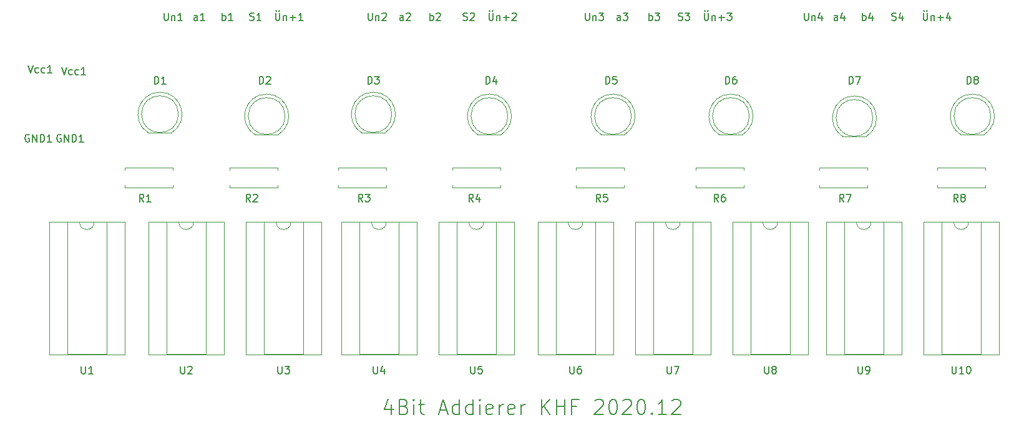
<source format=gbr>
%TF.GenerationSoftware,KiCad,Pcbnew,(5.1.6)-1*%
%TF.CreationDate,2020-12-20T18:45:25+01:00*%
%TF.ProjectId,Addierer,41646469-6572-4657-922e-6b696361645f,rev?*%
%TF.SameCoordinates,Original*%
%TF.FileFunction,Legend,Top*%
%TF.FilePolarity,Positive*%
%FSLAX46Y46*%
G04 Gerber Fmt 4.6, Leading zero omitted, Abs format (unit mm)*
G04 Created by KiCad (PCBNEW (5.1.6)-1) date 2020-12-20 18:45:25*
%MOMM*%
%LPD*%
G01*
G04 APERTURE LIST*
%ADD10C,0.150000*%
%ADD11C,0.120000*%
G04 APERTURE END LIST*
D10*
X103285142Y-148161428D02*
X103285142Y-149494761D01*
X102808952Y-147399523D02*
X102332761Y-148828095D01*
X103570857Y-148828095D01*
X104999428Y-148447142D02*
X105285142Y-148542380D01*
X105380380Y-148637619D01*
X105475619Y-148828095D01*
X105475619Y-149113809D01*
X105380380Y-149304285D01*
X105285142Y-149399523D01*
X105094666Y-149494761D01*
X104332761Y-149494761D01*
X104332761Y-147494761D01*
X104999428Y-147494761D01*
X105189904Y-147590000D01*
X105285142Y-147685238D01*
X105380380Y-147875714D01*
X105380380Y-148066190D01*
X105285142Y-148256666D01*
X105189904Y-148351904D01*
X104999428Y-148447142D01*
X104332761Y-148447142D01*
X106332761Y-149494761D02*
X106332761Y-148161428D01*
X106332761Y-147494761D02*
X106237523Y-147590000D01*
X106332761Y-147685238D01*
X106428000Y-147590000D01*
X106332761Y-147494761D01*
X106332761Y-147685238D01*
X106999428Y-148161428D02*
X107761333Y-148161428D01*
X107285142Y-147494761D02*
X107285142Y-149209047D01*
X107380380Y-149399523D01*
X107570857Y-149494761D01*
X107761333Y-149494761D01*
X109856571Y-148923333D02*
X110808952Y-148923333D01*
X109666095Y-149494761D02*
X110332761Y-147494761D01*
X110999428Y-149494761D01*
X112523238Y-149494761D02*
X112523238Y-147494761D01*
X112523238Y-149399523D02*
X112332761Y-149494761D01*
X111951809Y-149494761D01*
X111761333Y-149399523D01*
X111666095Y-149304285D01*
X111570857Y-149113809D01*
X111570857Y-148542380D01*
X111666095Y-148351904D01*
X111761333Y-148256666D01*
X111951809Y-148161428D01*
X112332761Y-148161428D01*
X112523238Y-148256666D01*
X114332761Y-149494761D02*
X114332761Y-147494761D01*
X114332761Y-149399523D02*
X114142285Y-149494761D01*
X113761333Y-149494761D01*
X113570857Y-149399523D01*
X113475619Y-149304285D01*
X113380380Y-149113809D01*
X113380380Y-148542380D01*
X113475619Y-148351904D01*
X113570857Y-148256666D01*
X113761333Y-148161428D01*
X114142285Y-148161428D01*
X114332761Y-148256666D01*
X115285142Y-149494761D02*
X115285142Y-148161428D01*
X115285142Y-147494761D02*
X115189904Y-147590000D01*
X115285142Y-147685238D01*
X115380380Y-147590000D01*
X115285142Y-147494761D01*
X115285142Y-147685238D01*
X116999428Y-149399523D02*
X116808952Y-149494761D01*
X116428000Y-149494761D01*
X116237523Y-149399523D01*
X116142285Y-149209047D01*
X116142285Y-148447142D01*
X116237523Y-148256666D01*
X116428000Y-148161428D01*
X116808952Y-148161428D01*
X116999428Y-148256666D01*
X117094666Y-148447142D01*
X117094666Y-148637619D01*
X116142285Y-148828095D01*
X117951809Y-149494761D02*
X117951809Y-148161428D01*
X117951809Y-148542380D02*
X118047047Y-148351904D01*
X118142285Y-148256666D01*
X118332761Y-148161428D01*
X118523238Y-148161428D01*
X119951809Y-149399523D02*
X119761333Y-149494761D01*
X119380380Y-149494761D01*
X119189904Y-149399523D01*
X119094666Y-149209047D01*
X119094666Y-148447142D01*
X119189904Y-148256666D01*
X119380380Y-148161428D01*
X119761333Y-148161428D01*
X119951809Y-148256666D01*
X120047047Y-148447142D01*
X120047047Y-148637619D01*
X119094666Y-148828095D01*
X120904190Y-149494761D02*
X120904190Y-148161428D01*
X120904190Y-148542380D02*
X120999428Y-148351904D01*
X121094666Y-148256666D01*
X121285142Y-148161428D01*
X121475619Y-148161428D01*
X123666095Y-149494761D02*
X123666095Y-147494761D01*
X124808952Y-149494761D02*
X123951809Y-148351904D01*
X124808952Y-147494761D02*
X123666095Y-148637619D01*
X125666095Y-149494761D02*
X125666095Y-147494761D01*
X125666095Y-148447142D02*
X126808952Y-148447142D01*
X126808952Y-149494761D02*
X126808952Y-147494761D01*
X128428000Y-148447142D02*
X127761333Y-148447142D01*
X127761333Y-149494761D02*
X127761333Y-147494761D01*
X128713714Y-147494761D01*
X130904190Y-147685238D02*
X130999428Y-147590000D01*
X131189904Y-147494761D01*
X131666095Y-147494761D01*
X131856571Y-147590000D01*
X131951809Y-147685238D01*
X132047047Y-147875714D01*
X132047047Y-148066190D01*
X131951809Y-148351904D01*
X130808952Y-149494761D01*
X132047047Y-149494761D01*
X133285142Y-147494761D02*
X133475619Y-147494761D01*
X133666095Y-147590000D01*
X133761333Y-147685238D01*
X133856571Y-147875714D01*
X133951809Y-148256666D01*
X133951809Y-148732857D01*
X133856571Y-149113809D01*
X133761333Y-149304285D01*
X133666095Y-149399523D01*
X133475619Y-149494761D01*
X133285142Y-149494761D01*
X133094666Y-149399523D01*
X132999428Y-149304285D01*
X132904190Y-149113809D01*
X132808952Y-148732857D01*
X132808952Y-148256666D01*
X132904190Y-147875714D01*
X132999428Y-147685238D01*
X133094666Y-147590000D01*
X133285142Y-147494761D01*
X134713714Y-147685238D02*
X134808952Y-147590000D01*
X134999428Y-147494761D01*
X135475619Y-147494761D01*
X135666095Y-147590000D01*
X135761333Y-147685238D01*
X135856571Y-147875714D01*
X135856571Y-148066190D01*
X135761333Y-148351904D01*
X134618476Y-149494761D01*
X135856571Y-149494761D01*
X137094666Y-147494761D02*
X137285142Y-147494761D01*
X137475619Y-147590000D01*
X137570857Y-147685238D01*
X137666095Y-147875714D01*
X137761333Y-148256666D01*
X137761333Y-148732857D01*
X137666095Y-149113809D01*
X137570857Y-149304285D01*
X137475619Y-149399523D01*
X137285142Y-149494761D01*
X137094666Y-149494761D01*
X136904190Y-149399523D01*
X136808952Y-149304285D01*
X136713714Y-149113809D01*
X136618476Y-148732857D01*
X136618476Y-148256666D01*
X136713714Y-147875714D01*
X136808952Y-147685238D01*
X136904190Y-147590000D01*
X137094666Y-147494761D01*
X138618476Y-149304285D02*
X138713714Y-149399523D01*
X138618476Y-149494761D01*
X138523238Y-149399523D01*
X138618476Y-149304285D01*
X138618476Y-149494761D01*
X140618476Y-149494761D02*
X139475619Y-149494761D01*
X140047047Y-149494761D02*
X140047047Y-147494761D01*
X139856571Y-147780476D01*
X139666095Y-147970952D01*
X139475619Y-148066190D01*
X141380380Y-147685238D02*
X141475619Y-147590000D01*
X141666095Y-147494761D01*
X142142285Y-147494761D01*
X142332761Y-147590000D01*
X142428000Y-147685238D01*
X142523238Y-147875714D01*
X142523238Y-148066190D01*
X142428000Y-148351904D01*
X141285142Y-149494761D01*
X142523238Y-149494761D01*
D11*
%TO.C,D1*%
X70337000Y-111272000D02*
X73427000Y-111272000D01*
X74382000Y-108712000D02*
G75*
G03*
X74382000Y-108712000I-2500000J0D01*
G01*
X71881538Y-105722000D02*
G75*
G02*
X73426830Y-111272000I462J-2990000D01*
G01*
X71882462Y-105722000D02*
G75*
G03*
X70337170Y-111272000I-462J-2990000D01*
G01*
%TO.C,D2*%
X84815000Y-111526000D02*
X87905000Y-111526000D01*
X88860000Y-108966000D02*
G75*
G03*
X88860000Y-108966000I-2500000J0D01*
G01*
X86359538Y-105976000D02*
G75*
G02*
X87904830Y-111526000I462J-2990000D01*
G01*
X86360462Y-105976000D02*
G75*
G03*
X84815170Y-111526000I-462J-2990000D01*
G01*
%TO.C,D3*%
X103338000Y-108712000D02*
G75*
G03*
X103338000Y-108712000I-2500000J0D01*
G01*
X99293000Y-111272000D02*
X102383000Y-111272000D01*
X100838462Y-105722000D02*
G75*
G03*
X99293170Y-111272000I-462J-2990000D01*
G01*
X100837538Y-105722000D02*
G75*
G02*
X102382830Y-111272000I462J-2990000D01*
G01*
%TO.C,D4*%
X119086000Y-108966000D02*
G75*
G03*
X119086000Y-108966000I-2500000J0D01*
G01*
X115041000Y-111526000D02*
X118131000Y-111526000D01*
X116586462Y-105976000D02*
G75*
G03*
X115041170Y-111526000I-462J-2990000D01*
G01*
X116585538Y-105976000D02*
G75*
G02*
X118130830Y-111526000I462J-2990000D01*
G01*
%TO.C,D5*%
X135850000Y-108966000D02*
G75*
G03*
X135850000Y-108966000I-2500000J0D01*
G01*
X131805000Y-111526000D02*
X134895000Y-111526000D01*
X133350462Y-105976000D02*
G75*
G03*
X131805170Y-111526000I-462J-2990000D01*
G01*
X133349538Y-105976000D02*
G75*
G02*
X134894830Y-111526000I462J-2990000D01*
G01*
%TO.C,D6*%
X147807000Y-111526000D02*
X150897000Y-111526000D01*
X151852000Y-108966000D02*
G75*
G03*
X151852000Y-108966000I-2500000J0D01*
G01*
X149351538Y-105976000D02*
G75*
G02*
X150896830Y-111526000I462J-2990000D01*
G01*
X149352462Y-105976000D02*
G75*
G03*
X147807170Y-111526000I-462J-2990000D01*
G01*
%TO.C,D7*%
X164571000Y-111780000D02*
X167661000Y-111780000D01*
X168616000Y-109220000D02*
G75*
G03*
X168616000Y-109220000I-2500000J0D01*
G01*
X166115538Y-106230000D02*
G75*
G02*
X167660830Y-111780000I462J-2990000D01*
G01*
X166116462Y-106230000D02*
G75*
G03*
X164571170Y-111780000I-462J-2990000D01*
G01*
%TO.C,D8*%
X184618000Y-108966000D02*
G75*
G03*
X184618000Y-108966000I-2500000J0D01*
G01*
X180573000Y-111526000D02*
X183663000Y-111526000D01*
X182118462Y-105976000D02*
G75*
G03*
X180573170Y-111526000I-462J-2990000D01*
G01*
X182117538Y-105976000D02*
G75*
G02*
X183662830Y-111526000I462J-2990000D01*
G01*
%TO.C,R1*%
X67088000Y-116308000D02*
X67088000Y-115978000D01*
X67088000Y-115978000D02*
X73628000Y-115978000D01*
X73628000Y-115978000D02*
X73628000Y-116308000D01*
X67088000Y-118388000D02*
X67088000Y-118718000D01*
X67088000Y-118718000D02*
X73628000Y-118718000D01*
X73628000Y-118718000D02*
X73628000Y-118388000D01*
%TO.C,R2*%
X87852000Y-118718000D02*
X87852000Y-118388000D01*
X81312000Y-118718000D02*
X87852000Y-118718000D01*
X81312000Y-118388000D02*
X81312000Y-118718000D01*
X87852000Y-115978000D02*
X87852000Y-116308000D01*
X81312000Y-115978000D02*
X87852000Y-115978000D01*
X81312000Y-116308000D02*
X81312000Y-115978000D01*
%TO.C,R3*%
X96044000Y-116308000D02*
X96044000Y-115978000D01*
X96044000Y-115978000D02*
X102584000Y-115978000D01*
X102584000Y-115978000D02*
X102584000Y-116308000D01*
X96044000Y-118388000D02*
X96044000Y-118718000D01*
X96044000Y-118718000D02*
X102584000Y-118718000D01*
X102584000Y-118718000D02*
X102584000Y-118388000D01*
%TO.C,R4*%
X118078000Y-118718000D02*
X118078000Y-118388000D01*
X111538000Y-118718000D02*
X118078000Y-118718000D01*
X111538000Y-118388000D02*
X111538000Y-118718000D01*
X118078000Y-115978000D02*
X118078000Y-116308000D01*
X111538000Y-115978000D02*
X118078000Y-115978000D01*
X111538000Y-116308000D02*
X111538000Y-115978000D01*
%TO.C,R5*%
X134842000Y-118388000D02*
X134842000Y-118718000D01*
X134842000Y-118718000D02*
X128302000Y-118718000D01*
X128302000Y-118718000D02*
X128302000Y-118388000D01*
X134842000Y-116308000D02*
X134842000Y-115978000D01*
X134842000Y-115978000D02*
X128302000Y-115978000D01*
X128302000Y-115978000D02*
X128302000Y-116308000D01*
%TO.C,R6*%
X151098000Y-118718000D02*
X151098000Y-118388000D01*
X144558000Y-118718000D02*
X151098000Y-118718000D01*
X144558000Y-118388000D02*
X144558000Y-118718000D01*
X151098000Y-115978000D02*
X151098000Y-116308000D01*
X144558000Y-115978000D02*
X151098000Y-115978000D01*
X144558000Y-116308000D02*
X144558000Y-115978000D01*
%TO.C,R7*%
X161322000Y-116308000D02*
X161322000Y-115978000D01*
X161322000Y-115978000D02*
X167862000Y-115978000D01*
X167862000Y-115978000D02*
X167862000Y-116308000D01*
X161322000Y-118388000D02*
X161322000Y-118718000D01*
X161322000Y-118718000D02*
X167862000Y-118718000D01*
X167862000Y-118718000D02*
X167862000Y-118388000D01*
%TO.C,U1*%
X67116000Y-123324000D02*
X56836000Y-123324000D01*
X67116000Y-141344000D02*
X67116000Y-123324000D01*
X56836000Y-141344000D02*
X67116000Y-141344000D01*
X56836000Y-123324000D02*
X56836000Y-141344000D01*
X64626000Y-123384000D02*
X62976000Y-123384000D01*
X64626000Y-141284000D02*
X64626000Y-123384000D01*
X59326000Y-141284000D02*
X64626000Y-141284000D01*
X59326000Y-123384000D02*
X59326000Y-141284000D01*
X60976000Y-123384000D02*
X59326000Y-123384000D01*
X62976000Y-123384000D02*
G75*
G02*
X60976000Y-123384000I-1000000J0D01*
G01*
%TO.C,U2*%
X80578000Y-123324000D02*
X70298000Y-123324000D01*
X80578000Y-141344000D02*
X80578000Y-123324000D01*
X70298000Y-141344000D02*
X80578000Y-141344000D01*
X70298000Y-123324000D02*
X70298000Y-141344000D01*
X78088000Y-123384000D02*
X76438000Y-123384000D01*
X78088000Y-141284000D02*
X78088000Y-123384000D01*
X72788000Y-141284000D02*
X78088000Y-141284000D01*
X72788000Y-123384000D02*
X72788000Y-141284000D01*
X74438000Y-123384000D02*
X72788000Y-123384000D01*
X76438000Y-123384000D02*
G75*
G02*
X74438000Y-123384000I-1000000J0D01*
G01*
%TO.C,U3*%
X87646000Y-123384000D02*
X85996000Y-123384000D01*
X85996000Y-123384000D02*
X85996000Y-141284000D01*
X85996000Y-141284000D02*
X91296000Y-141284000D01*
X91296000Y-141284000D02*
X91296000Y-123384000D01*
X91296000Y-123384000D02*
X89646000Y-123384000D01*
X83506000Y-123324000D02*
X83506000Y-141344000D01*
X83506000Y-141344000D02*
X93786000Y-141344000D01*
X93786000Y-141344000D02*
X93786000Y-123324000D01*
X93786000Y-123324000D02*
X83506000Y-123324000D01*
X89646000Y-123384000D02*
G75*
G02*
X87646000Y-123384000I-1000000J0D01*
G01*
%TO.C,U4*%
X106740000Y-123324000D02*
X96460000Y-123324000D01*
X106740000Y-141344000D02*
X106740000Y-123324000D01*
X96460000Y-141344000D02*
X106740000Y-141344000D01*
X96460000Y-123324000D02*
X96460000Y-141344000D01*
X104250000Y-123384000D02*
X102600000Y-123384000D01*
X104250000Y-141284000D02*
X104250000Y-123384000D01*
X98950000Y-141284000D02*
X104250000Y-141284000D01*
X98950000Y-123384000D02*
X98950000Y-141284000D01*
X100600000Y-123384000D02*
X98950000Y-123384000D01*
X102600000Y-123384000D02*
G75*
G02*
X100600000Y-123384000I-1000000J0D01*
G01*
%TO.C,U5*%
X113808000Y-123384000D02*
X112158000Y-123384000D01*
X112158000Y-123384000D02*
X112158000Y-141284000D01*
X112158000Y-141284000D02*
X117458000Y-141284000D01*
X117458000Y-141284000D02*
X117458000Y-123384000D01*
X117458000Y-123384000D02*
X115808000Y-123384000D01*
X109668000Y-123324000D02*
X109668000Y-141344000D01*
X109668000Y-141344000D02*
X119948000Y-141344000D01*
X119948000Y-141344000D02*
X119948000Y-123324000D01*
X119948000Y-123324000D02*
X109668000Y-123324000D01*
X115808000Y-123384000D02*
G75*
G02*
X113808000Y-123384000I-1000000J0D01*
G01*
%TO.C,U6*%
X133410000Y-123324000D02*
X123130000Y-123324000D01*
X133410000Y-141344000D02*
X133410000Y-123324000D01*
X123130000Y-141344000D02*
X133410000Y-141344000D01*
X123130000Y-123324000D02*
X123130000Y-141344000D01*
X130920000Y-123384000D02*
X129270000Y-123384000D01*
X130920000Y-141284000D02*
X130920000Y-123384000D01*
X125620000Y-141284000D02*
X130920000Y-141284000D01*
X125620000Y-123384000D02*
X125620000Y-141284000D01*
X127270000Y-123384000D02*
X125620000Y-123384000D01*
X129270000Y-123384000D02*
G75*
G02*
X127270000Y-123384000I-1000000J0D01*
G01*
%TO.C,U7*%
X140478000Y-123384000D02*
X138828000Y-123384000D01*
X138828000Y-123384000D02*
X138828000Y-141284000D01*
X138828000Y-141284000D02*
X144128000Y-141284000D01*
X144128000Y-141284000D02*
X144128000Y-123384000D01*
X144128000Y-123384000D02*
X142478000Y-123384000D01*
X136338000Y-123324000D02*
X136338000Y-141344000D01*
X136338000Y-141344000D02*
X146618000Y-141344000D01*
X146618000Y-141344000D02*
X146618000Y-123324000D01*
X146618000Y-123324000D02*
X136338000Y-123324000D01*
X142478000Y-123384000D02*
G75*
G02*
X140478000Y-123384000I-1000000J0D01*
G01*
%TO.C,U8*%
X159826000Y-123324000D02*
X149546000Y-123324000D01*
X159826000Y-141344000D02*
X159826000Y-123324000D01*
X149546000Y-141344000D02*
X159826000Y-141344000D01*
X149546000Y-123324000D02*
X149546000Y-141344000D01*
X157336000Y-123384000D02*
X155686000Y-123384000D01*
X157336000Y-141284000D02*
X157336000Y-123384000D01*
X152036000Y-141284000D02*
X157336000Y-141284000D01*
X152036000Y-123384000D02*
X152036000Y-141284000D01*
X153686000Y-123384000D02*
X152036000Y-123384000D01*
X155686000Y-123384000D02*
G75*
G02*
X153686000Y-123384000I-1000000J0D01*
G01*
%TO.C,U9*%
X166386000Y-123384000D02*
X164736000Y-123384000D01*
X164736000Y-123384000D02*
X164736000Y-141284000D01*
X164736000Y-141284000D02*
X170036000Y-141284000D01*
X170036000Y-141284000D02*
X170036000Y-123384000D01*
X170036000Y-123384000D02*
X168386000Y-123384000D01*
X162246000Y-123324000D02*
X162246000Y-141344000D01*
X162246000Y-141344000D02*
X172526000Y-141344000D01*
X172526000Y-141344000D02*
X172526000Y-123324000D01*
X172526000Y-123324000D02*
X162246000Y-123324000D01*
X168386000Y-123384000D02*
G75*
G02*
X166386000Y-123384000I-1000000J0D01*
G01*
%TO.C,U10*%
X179594000Y-123384000D02*
X177944000Y-123384000D01*
X177944000Y-123384000D02*
X177944000Y-141284000D01*
X177944000Y-141284000D02*
X183244000Y-141284000D01*
X183244000Y-141284000D02*
X183244000Y-123384000D01*
X183244000Y-123384000D02*
X181594000Y-123384000D01*
X175454000Y-123324000D02*
X175454000Y-141344000D01*
X175454000Y-141344000D02*
X185734000Y-141344000D01*
X185734000Y-141344000D02*
X185734000Y-123324000D01*
X185734000Y-123324000D02*
X175454000Y-123324000D01*
X181594000Y-123384000D02*
G75*
G02*
X179594000Y-123384000I-1000000J0D01*
G01*
%TO.C,R8*%
X177324000Y-116308000D02*
X177324000Y-115978000D01*
X177324000Y-115978000D02*
X183864000Y-115978000D01*
X183864000Y-115978000D02*
X183864000Y-116308000D01*
X177324000Y-118388000D02*
X177324000Y-118718000D01*
X177324000Y-118718000D02*
X183864000Y-118718000D01*
X183864000Y-118718000D02*
X183864000Y-118388000D01*
%TO.C,GND1*%
D10*
X58451904Y-111514000D02*
X58356666Y-111466380D01*
X58213809Y-111466380D01*
X58070952Y-111514000D01*
X57975714Y-111609238D01*
X57928095Y-111704476D01*
X57880476Y-111894952D01*
X57880476Y-112037809D01*
X57928095Y-112228285D01*
X57975714Y-112323523D01*
X58070952Y-112418761D01*
X58213809Y-112466380D01*
X58309047Y-112466380D01*
X58451904Y-112418761D01*
X58499523Y-112371142D01*
X58499523Y-112037809D01*
X58309047Y-112037809D01*
X58928095Y-112466380D02*
X58928095Y-111466380D01*
X59499523Y-112466380D01*
X59499523Y-111466380D01*
X59975714Y-112466380D02*
X59975714Y-111466380D01*
X60213809Y-111466380D01*
X60356666Y-111514000D01*
X60451904Y-111609238D01*
X60499523Y-111704476D01*
X60547142Y-111894952D01*
X60547142Y-112037809D01*
X60499523Y-112228285D01*
X60451904Y-112323523D01*
X60356666Y-112418761D01*
X60213809Y-112466380D01*
X59975714Y-112466380D01*
X61499523Y-112466380D02*
X60928095Y-112466380D01*
X61213809Y-112466380D02*
X61213809Y-111466380D01*
X61118571Y-111609238D01*
X61023333Y-111704476D01*
X60928095Y-111752095D01*
%TO.C,Vcc1*%
X58531333Y-102322380D02*
X58864666Y-103322380D01*
X59198000Y-102322380D01*
X59959904Y-103274761D02*
X59864666Y-103322380D01*
X59674190Y-103322380D01*
X59578952Y-103274761D01*
X59531333Y-103227142D01*
X59483714Y-103131904D01*
X59483714Y-102846190D01*
X59531333Y-102750952D01*
X59578952Y-102703333D01*
X59674190Y-102655714D01*
X59864666Y-102655714D01*
X59959904Y-102703333D01*
X60817047Y-103274761D02*
X60721809Y-103322380D01*
X60531333Y-103322380D01*
X60436095Y-103274761D01*
X60388476Y-103227142D01*
X60340857Y-103131904D01*
X60340857Y-102846190D01*
X60388476Y-102750952D01*
X60436095Y-102703333D01*
X60531333Y-102655714D01*
X60721809Y-102655714D01*
X60817047Y-102703333D01*
X61769428Y-103322380D02*
X61198000Y-103322380D01*
X61483714Y-103322380D02*
X61483714Y-102322380D01*
X61388476Y-102465238D01*
X61293238Y-102560476D01*
X61198000Y-102608095D01*
%TO.C,*%
%TO.C,a1*%
X76954095Y-95956380D02*
X76954095Y-95432571D01*
X76906476Y-95337333D01*
X76811238Y-95289714D01*
X76620761Y-95289714D01*
X76525523Y-95337333D01*
X76954095Y-95908761D02*
X76858857Y-95956380D01*
X76620761Y-95956380D01*
X76525523Y-95908761D01*
X76477904Y-95813523D01*
X76477904Y-95718285D01*
X76525523Y-95623047D01*
X76620761Y-95575428D01*
X76858857Y-95575428D01*
X76954095Y-95527809D01*
X77954095Y-95956380D02*
X77382666Y-95956380D01*
X77668380Y-95956380D02*
X77668380Y-94956380D01*
X77573142Y-95099238D01*
X77477904Y-95194476D01*
X77382666Y-95242095D01*
%TO.C,a2*%
X104894095Y-95956380D02*
X104894095Y-95432571D01*
X104846476Y-95337333D01*
X104751238Y-95289714D01*
X104560761Y-95289714D01*
X104465523Y-95337333D01*
X104894095Y-95908761D02*
X104798857Y-95956380D01*
X104560761Y-95956380D01*
X104465523Y-95908761D01*
X104417904Y-95813523D01*
X104417904Y-95718285D01*
X104465523Y-95623047D01*
X104560761Y-95575428D01*
X104798857Y-95575428D01*
X104894095Y-95527809D01*
X105322666Y-95051619D02*
X105370285Y-95004000D01*
X105465523Y-94956380D01*
X105703619Y-94956380D01*
X105798857Y-95004000D01*
X105846476Y-95051619D01*
X105894095Y-95146857D01*
X105894095Y-95242095D01*
X105846476Y-95384952D01*
X105275047Y-95956380D01*
X105894095Y-95956380D01*
%TO.C,a3*%
X134358095Y-95956380D02*
X134358095Y-95432571D01*
X134310476Y-95337333D01*
X134215238Y-95289714D01*
X134024761Y-95289714D01*
X133929523Y-95337333D01*
X134358095Y-95908761D02*
X134262857Y-95956380D01*
X134024761Y-95956380D01*
X133929523Y-95908761D01*
X133881904Y-95813523D01*
X133881904Y-95718285D01*
X133929523Y-95623047D01*
X134024761Y-95575428D01*
X134262857Y-95575428D01*
X134358095Y-95527809D01*
X134739047Y-94956380D02*
X135358095Y-94956380D01*
X135024761Y-95337333D01*
X135167619Y-95337333D01*
X135262857Y-95384952D01*
X135310476Y-95432571D01*
X135358095Y-95527809D01*
X135358095Y-95765904D01*
X135310476Y-95861142D01*
X135262857Y-95908761D01*
X135167619Y-95956380D01*
X134881904Y-95956380D01*
X134786666Y-95908761D01*
X134739047Y-95861142D01*
%TO.C,a4*%
X163822095Y-95956380D02*
X163822095Y-95432571D01*
X163774476Y-95337333D01*
X163679238Y-95289714D01*
X163488761Y-95289714D01*
X163393523Y-95337333D01*
X163822095Y-95908761D02*
X163726857Y-95956380D01*
X163488761Y-95956380D01*
X163393523Y-95908761D01*
X163345904Y-95813523D01*
X163345904Y-95718285D01*
X163393523Y-95623047D01*
X163488761Y-95575428D01*
X163726857Y-95575428D01*
X163822095Y-95527809D01*
X164726857Y-95289714D02*
X164726857Y-95956380D01*
X164488761Y-94908761D02*
X164250666Y-95623047D01*
X164869714Y-95623047D01*
%TO.C,b1*%
X80335523Y-95956380D02*
X80335523Y-94956380D01*
X80335523Y-95337333D02*
X80430761Y-95289714D01*
X80621238Y-95289714D01*
X80716476Y-95337333D01*
X80764095Y-95384952D01*
X80811714Y-95480190D01*
X80811714Y-95765904D01*
X80764095Y-95861142D01*
X80716476Y-95908761D01*
X80621238Y-95956380D01*
X80430761Y-95956380D01*
X80335523Y-95908761D01*
X81764095Y-95956380D02*
X81192666Y-95956380D01*
X81478380Y-95956380D02*
X81478380Y-94956380D01*
X81383142Y-95099238D01*
X81287904Y-95194476D01*
X81192666Y-95242095D01*
%TO.C,b2*%
X108529523Y-95956380D02*
X108529523Y-94956380D01*
X108529523Y-95337333D02*
X108624761Y-95289714D01*
X108815238Y-95289714D01*
X108910476Y-95337333D01*
X108958095Y-95384952D01*
X109005714Y-95480190D01*
X109005714Y-95765904D01*
X108958095Y-95861142D01*
X108910476Y-95908761D01*
X108815238Y-95956380D01*
X108624761Y-95956380D01*
X108529523Y-95908761D01*
X109386666Y-95051619D02*
X109434285Y-95004000D01*
X109529523Y-94956380D01*
X109767619Y-94956380D01*
X109862857Y-95004000D01*
X109910476Y-95051619D01*
X109958095Y-95146857D01*
X109958095Y-95242095D01*
X109910476Y-95384952D01*
X109339047Y-95956380D01*
X109958095Y-95956380D01*
%TO.C,b3*%
X138247523Y-95956380D02*
X138247523Y-94956380D01*
X138247523Y-95337333D02*
X138342761Y-95289714D01*
X138533238Y-95289714D01*
X138628476Y-95337333D01*
X138676095Y-95384952D01*
X138723714Y-95480190D01*
X138723714Y-95765904D01*
X138676095Y-95861142D01*
X138628476Y-95908761D01*
X138533238Y-95956380D01*
X138342761Y-95956380D01*
X138247523Y-95908761D01*
X139057047Y-94956380D02*
X139676095Y-94956380D01*
X139342761Y-95337333D01*
X139485619Y-95337333D01*
X139580857Y-95384952D01*
X139628476Y-95432571D01*
X139676095Y-95527809D01*
X139676095Y-95765904D01*
X139628476Y-95861142D01*
X139580857Y-95908761D01*
X139485619Y-95956380D01*
X139199904Y-95956380D01*
X139104666Y-95908761D01*
X139057047Y-95861142D01*
%TO.C,b4*%
X167203523Y-95956380D02*
X167203523Y-94956380D01*
X167203523Y-95337333D02*
X167298761Y-95289714D01*
X167489238Y-95289714D01*
X167584476Y-95337333D01*
X167632095Y-95384952D01*
X167679714Y-95480190D01*
X167679714Y-95765904D01*
X167632095Y-95861142D01*
X167584476Y-95908761D01*
X167489238Y-95956380D01*
X167298761Y-95956380D01*
X167203523Y-95908761D01*
X168536857Y-95289714D02*
X168536857Y-95956380D01*
X168298761Y-94908761D02*
X168060666Y-95623047D01*
X168679714Y-95623047D01*
%TO.C,D1*%
X71143904Y-104592380D02*
X71143904Y-103592380D01*
X71382000Y-103592380D01*
X71524857Y-103640000D01*
X71620095Y-103735238D01*
X71667714Y-103830476D01*
X71715333Y-104020952D01*
X71715333Y-104163809D01*
X71667714Y-104354285D01*
X71620095Y-104449523D01*
X71524857Y-104544761D01*
X71382000Y-104592380D01*
X71143904Y-104592380D01*
X72667714Y-104592380D02*
X72096285Y-104592380D01*
X72382000Y-104592380D02*
X72382000Y-103592380D01*
X72286761Y-103735238D01*
X72191523Y-103830476D01*
X72096285Y-103878095D01*
%TO.C,D2*%
X85367904Y-104592380D02*
X85367904Y-103592380D01*
X85606000Y-103592380D01*
X85748857Y-103640000D01*
X85844095Y-103735238D01*
X85891714Y-103830476D01*
X85939333Y-104020952D01*
X85939333Y-104163809D01*
X85891714Y-104354285D01*
X85844095Y-104449523D01*
X85748857Y-104544761D01*
X85606000Y-104592380D01*
X85367904Y-104592380D01*
X86320285Y-103687619D02*
X86367904Y-103640000D01*
X86463142Y-103592380D01*
X86701238Y-103592380D01*
X86796476Y-103640000D01*
X86844095Y-103687619D01*
X86891714Y-103782857D01*
X86891714Y-103878095D01*
X86844095Y-104020952D01*
X86272666Y-104592380D01*
X86891714Y-104592380D01*
%TO.C,D3*%
X100099904Y-104592380D02*
X100099904Y-103592380D01*
X100338000Y-103592380D01*
X100480857Y-103640000D01*
X100576095Y-103735238D01*
X100623714Y-103830476D01*
X100671333Y-104020952D01*
X100671333Y-104163809D01*
X100623714Y-104354285D01*
X100576095Y-104449523D01*
X100480857Y-104544761D01*
X100338000Y-104592380D01*
X100099904Y-104592380D01*
X101004666Y-103592380D02*
X101623714Y-103592380D01*
X101290380Y-103973333D01*
X101433238Y-103973333D01*
X101528476Y-104020952D01*
X101576095Y-104068571D01*
X101623714Y-104163809D01*
X101623714Y-104401904D01*
X101576095Y-104497142D01*
X101528476Y-104544761D01*
X101433238Y-104592380D01*
X101147523Y-104592380D01*
X101052285Y-104544761D01*
X101004666Y-104497142D01*
%TO.C,D4*%
X116101904Y-104592380D02*
X116101904Y-103592380D01*
X116340000Y-103592380D01*
X116482857Y-103640000D01*
X116578095Y-103735238D01*
X116625714Y-103830476D01*
X116673333Y-104020952D01*
X116673333Y-104163809D01*
X116625714Y-104354285D01*
X116578095Y-104449523D01*
X116482857Y-104544761D01*
X116340000Y-104592380D01*
X116101904Y-104592380D01*
X117530476Y-103925714D02*
X117530476Y-104592380D01*
X117292380Y-103544761D02*
X117054285Y-104259047D01*
X117673333Y-104259047D01*
%TO.C,D5*%
X132357904Y-104592380D02*
X132357904Y-103592380D01*
X132596000Y-103592380D01*
X132738857Y-103640000D01*
X132834095Y-103735238D01*
X132881714Y-103830476D01*
X132929333Y-104020952D01*
X132929333Y-104163809D01*
X132881714Y-104354285D01*
X132834095Y-104449523D01*
X132738857Y-104544761D01*
X132596000Y-104592380D01*
X132357904Y-104592380D01*
X133834095Y-103592380D02*
X133357904Y-103592380D01*
X133310285Y-104068571D01*
X133357904Y-104020952D01*
X133453142Y-103973333D01*
X133691238Y-103973333D01*
X133786476Y-104020952D01*
X133834095Y-104068571D01*
X133881714Y-104163809D01*
X133881714Y-104401904D01*
X133834095Y-104497142D01*
X133786476Y-104544761D01*
X133691238Y-104592380D01*
X133453142Y-104592380D01*
X133357904Y-104544761D01*
X133310285Y-104497142D01*
%TO.C,D6*%
X148613904Y-104592380D02*
X148613904Y-103592380D01*
X148852000Y-103592380D01*
X148994857Y-103640000D01*
X149090095Y-103735238D01*
X149137714Y-103830476D01*
X149185333Y-104020952D01*
X149185333Y-104163809D01*
X149137714Y-104354285D01*
X149090095Y-104449523D01*
X148994857Y-104544761D01*
X148852000Y-104592380D01*
X148613904Y-104592380D01*
X150042476Y-103592380D02*
X149852000Y-103592380D01*
X149756761Y-103640000D01*
X149709142Y-103687619D01*
X149613904Y-103830476D01*
X149566285Y-104020952D01*
X149566285Y-104401904D01*
X149613904Y-104497142D01*
X149661523Y-104544761D01*
X149756761Y-104592380D01*
X149947238Y-104592380D01*
X150042476Y-104544761D01*
X150090095Y-104497142D01*
X150137714Y-104401904D01*
X150137714Y-104163809D01*
X150090095Y-104068571D01*
X150042476Y-104020952D01*
X149947238Y-103973333D01*
X149756761Y-103973333D01*
X149661523Y-104020952D01*
X149613904Y-104068571D01*
X149566285Y-104163809D01*
%TO.C,D7*%
X165377904Y-104592380D02*
X165377904Y-103592380D01*
X165616000Y-103592380D01*
X165758857Y-103640000D01*
X165854095Y-103735238D01*
X165901714Y-103830476D01*
X165949333Y-104020952D01*
X165949333Y-104163809D01*
X165901714Y-104354285D01*
X165854095Y-104449523D01*
X165758857Y-104544761D01*
X165616000Y-104592380D01*
X165377904Y-104592380D01*
X166282666Y-103592380D02*
X166949333Y-103592380D01*
X166520761Y-104592380D01*
%TO.C,D8*%
X181379904Y-104592380D02*
X181379904Y-103592380D01*
X181618000Y-103592380D01*
X181760857Y-103640000D01*
X181856095Y-103735238D01*
X181903714Y-103830476D01*
X181951333Y-104020952D01*
X181951333Y-104163809D01*
X181903714Y-104354285D01*
X181856095Y-104449523D01*
X181760857Y-104544761D01*
X181618000Y-104592380D01*
X181379904Y-104592380D01*
X182522761Y-104020952D02*
X182427523Y-103973333D01*
X182379904Y-103925714D01*
X182332285Y-103830476D01*
X182332285Y-103782857D01*
X182379904Y-103687619D01*
X182427523Y-103640000D01*
X182522761Y-103592380D01*
X182713238Y-103592380D01*
X182808476Y-103640000D01*
X182856095Y-103687619D01*
X182903714Y-103782857D01*
X182903714Y-103830476D01*
X182856095Y-103925714D01*
X182808476Y-103973333D01*
X182713238Y-104020952D01*
X182522761Y-104020952D01*
X182427523Y-104068571D01*
X182379904Y-104116190D01*
X182332285Y-104211428D01*
X182332285Y-104401904D01*
X182379904Y-104497142D01*
X182427523Y-104544761D01*
X182522761Y-104592380D01*
X182713238Y-104592380D01*
X182808476Y-104544761D01*
X182856095Y-104497142D01*
X182903714Y-104401904D01*
X182903714Y-104211428D01*
X182856095Y-104116190D01*
X182808476Y-104068571D01*
X182713238Y-104020952D01*
%TO.C,GND1*%
X54133904Y-111514000D02*
X54038666Y-111466380D01*
X53895809Y-111466380D01*
X53752952Y-111514000D01*
X53657714Y-111609238D01*
X53610095Y-111704476D01*
X53562476Y-111894952D01*
X53562476Y-112037809D01*
X53610095Y-112228285D01*
X53657714Y-112323523D01*
X53752952Y-112418761D01*
X53895809Y-112466380D01*
X53991047Y-112466380D01*
X54133904Y-112418761D01*
X54181523Y-112371142D01*
X54181523Y-112037809D01*
X53991047Y-112037809D01*
X54610095Y-112466380D02*
X54610095Y-111466380D01*
X55181523Y-112466380D01*
X55181523Y-111466380D01*
X55657714Y-112466380D02*
X55657714Y-111466380D01*
X55895809Y-111466380D01*
X56038666Y-111514000D01*
X56133904Y-111609238D01*
X56181523Y-111704476D01*
X56229142Y-111894952D01*
X56229142Y-112037809D01*
X56181523Y-112228285D01*
X56133904Y-112323523D01*
X56038666Y-112418761D01*
X55895809Y-112466380D01*
X55657714Y-112466380D01*
X57181523Y-112466380D02*
X56610095Y-112466380D01*
X56895809Y-112466380D02*
X56895809Y-111466380D01*
X56800571Y-111609238D01*
X56705333Y-111704476D01*
X56610095Y-111752095D01*
%TO.C,R1*%
X69683333Y-120594380D02*
X69350000Y-120118190D01*
X69111904Y-120594380D02*
X69111904Y-119594380D01*
X69492857Y-119594380D01*
X69588095Y-119642000D01*
X69635714Y-119689619D01*
X69683333Y-119784857D01*
X69683333Y-119927714D01*
X69635714Y-120022952D01*
X69588095Y-120070571D01*
X69492857Y-120118190D01*
X69111904Y-120118190D01*
X70635714Y-120594380D02*
X70064285Y-120594380D01*
X70350000Y-120594380D02*
X70350000Y-119594380D01*
X70254761Y-119737238D01*
X70159523Y-119832476D01*
X70064285Y-119880095D01*
%TO.C,R2*%
X84161333Y-120594380D02*
X83828000Y-120118190D01*
X83589904Y-120594380D02*
X83589904Y-119594380D01*
X83970857Y-119594380D01*
X84066095Y-119642000D01*
X84113714Y-119689619D01*
X84161333Y-119784857D01*
X84161333Y-119927714D01*
X84113714Y-120022952D01*
X84066095Y-120070571D01*
X83970857Y-120118190D01*
X83589904Y-120118190D01*
X84542285Y-119689619D02*
X84589904Y-119642000D01*
X84685142Y-119594380D01*
X84923238Y-119594380D01*
X85018476Y-119642000D01*
X85066095Y-119689619D01*
X85113714Y-119784857D01*
X85113714Y-119880095D01*
X85066095Y-120022952D01*
X84494666Y-120594380D01*
X85113714Y-120594380D01*
%TO.C,R3*%
X99401333Y-120594380D02*
X99068000Y-120118190D01*
X98829904Y-120594380D02*
X98829904Y-119594380D01*
X99210857Y-119594380D01*
X99306095Y-119642000D01*
X99353714Y-119689619D01*
X99401333Y-119784857D01*
X99401333Y-119927714D01*
X99353714Y-120022952D01*
X99306095Y-120070571D01*
X99210857Y-120118190D01*
X98829904Y-120118190D01*
X99734666Y-119594380D02*
X100353714Y-119594380D01*
X100020380Y-119975333D01*
X100163238Y-119975333D01*
X100258476Y-120022952D01*
X100306095Y-120070571D01*
X100353714Y-120165809D01*
X100353714Y-120403904D01*
X100306095Y-120499142D01*
X100258476Y-120546761D01*
X100163238Y-120594380D01*
X99877523Y-120594380D01*
X99782285Y-120546761D01*
X99734666Y-120499142D01*
%TO.C,R4*%
X114387333Y-120594380D02*
X114054000Y-120118190D01*
X113815904Y-120594380D02*
X113815904Y-119594380D01*
X114196857Y-119594380D01*
X114292095Y-119642000D01*
X114339714Y-119689619D01*
X114387333Y-119784857D01*
X114387333Y-119927714D01*
X114339714Y-120022952D01*
X114292095Y-120070571D01*
X114196857Y-120118190D01*
X113815904Y-120118190D01*
X115244476Y-119927714D02*
X115244476Y-120594380D01*
X115006380Y-119546761D02*
X114768285Y-120261047D01*
X115387333Y-120261047D01*
%TO.C,R5*%
X131659333Y-120594380D02*
X131326000Y-120118190D01*
X131087904Y-120594380D02*
X131087904Y-119594380D01*
X131468857Y-119594380D01*
X131564095Y-119642000D01*
X131611714Y-119689619D01*
X131659333Y-119784857D01*
X131659333Y-119927714D01*
X131611714Y-120022952D01*
X131564095Y-120070571D01*
X131468857Y-120118190D01*
X131087904Y-120118190D01*
X132564095Y-119594380D02*
X132087904Y-119594380D01*
X132040285Y-120070571D01*
X132087904Y-120022952D01*
X132183142Y-119975333D01*
X132421238Y-119975333D01*
X132516476Y-120022952D01*
X132564095Y-120070571D01*
X132611714Y-120165809D01*
X132611714Y-120403904D01*
X132564095Y-120499142D01*
X132516476Y-120546761D01*
X132421238Y-120594380D01*
X132183142Y-120594380D01*
X132087904Y-120546761D01*
X132040285Y-120499142D01*
%TO.C,R6*%
X147661333Y-120594380D02*
X147328000Y-120118190D01*
X147089904Y-120594380D02*
X147089904Y-119594380D01*
X147470857Y-119594380D01*
X147566095Y-119642000D01*
X147613714Y-119689619D01*
X147661333Y-119784857D01*
X147661333Y-119927714D01*
X147613714Y-120022952D01*
X147566095Y-120070571D01*
X147470857Y-120118190D01*
X147089904Y-120118190D01*
X148518476Y-119594380D02*
X148328000Y-119594380D01*
X148232761Y-119642000D01*
X148185142Y-119689619D01*
X148089904Y-119832476D01*
X148042285Y-120022952D01*
X148042285Y-120403904D01*
X148089904Y-120499142D01*
X148137523Y-120546761D01*
X148232761Y-120594380D01*
X148423238Y-120594380D01*
X148518476Y-120546761D01*
X148566095Y-120499142D01*
X148613714Y-120403904D01*
X148613714Y-120165809D01*
X148566095Y-120070571D01*
X148518476Y-120022952D01*
X148423238Y-119975333D01*
X148232761Y-119975333D01*
X148137523Y-120022952D01*
X148089904Y-120070571D01*
X148042285Y-120165809D01*
%TO.C,R7*%
X164679333Y-120594380D02*
X164346000Y-120118190D01*
X164107904Y-120594380D02*
X164107904Y-119594380D01*
X164488857Y-119594380D01*
X164584095Y-119642000D01*
X164631714Y-119689619D01*
X164679333Y-119784857D01*
X164679333Y-119927714D01*
X164631714Y-120022952D01*
X164584095Y-120070571D01*
X164488857Y-120118190D01*
X164107904Y-120118190D01*
X165012666Y-119594380D02*
X165679333Y-119594380D01*
X165250761Y-120594380D01*
%TO.C,S1*%
X84074095Y-95908761D02*
X84216952Y-95956380D01*
X84455047Y-95956380D01*
X84550285Y-95908761D01*
X84597904Y-95861142D01*
X84645523Y-95765904D01*
X84645523Y-95670666D01*
X84597904Y-95575428D01*
X84550285Y-95527809D01*
X84455047Y-95480190D01*
X84264571Y-95432571D01*
X84169333Y-95384952D01*
X84121714Y-95337333D01*
X84074095Y-95242095D01*
X84074095Y-95146857D01*
X84121714Y-95051619D01*
X84169333Y-95004000D01*
X84264571Y-94956380D01*
X84502666Y-94956380D01*
X84645523Y-95004000D01*
X85597904Y-95956380D02*
X85026476Y-95956380D01*
X85312190Y-95956380D02*
X85312190Y-94956380D01*
X85216952Y-95099238D01*
X85121714Y-95194476D01*
X85026476Y-95242095D01*
%TO.C,S2*%
X113030095Y-95908761D02*
X113172952Y-95956380D01*
X113411047Y-95956380D01*
X113506285Y-95908761D01*
X113553904Y-95861142D01*
X113601523Y-95765904D01*
X113601523Y-95670666D01*
X113553904Y-95575428D01*
X113506285Y-95527809D01*
X113411047Y-95480190D01*
X113220571Y-95432571D01*
X113125333Y-95384952D01*
X113077714Y-95337333D01*
X113030095Y-95242095D01*
X113030095Y-95146857D01*
X113077714Y-95051619D01*
X113125333Y-95004000D01*
X113220571Y-94956380D01*
X113458666Y-94956380D01*
X113601523Y-95004000D01*
X113982476Y-95051619D02*
X114030095Y-95004000D01*
X114125333Y-94956380D01*
X114363428Y-94956380D01*
X114458666Y-95004000D01*
X114506285Y-95051619D01*
X114553904Y-95146857D01*
X114553904Y-95242095D01*
X114506285Y-95384952D01*
X113934857Y-95956380D01*
X114553904Y-95956380D01*
%TO.C,S3*%
X142240095Y-95908761D02*
X142382952Y-95956380D01*
X142621047Y-95956380D01*
X142716285Y-95908761D01*
X142763904Y-95861142D01*
X142811523Y-95765904D01*
X142811523Y-95670666D01*
X142763904Y-95575428D01*
X142716285Y-95527809D01*
X142621047Y-95480190D01*
X142430571Y-95432571D01*
X142335333Y-95384952D01*
X142287714Y-95337333D01*
X142240095Y-95242095D01*
X142240095Y-95146857D01*
X142287714Y-95051619D01*
X142335333Y-95004000D01*
X142430571Y-94956380D01*
X142668666Y-94956380D01*
X142811523Y-95004000D01*
X143144857Y-94956380D02*
X143763904Y-94956380D01*
X143430571Y-95337333D01*
X143573428Y-95337333D01*
X143668666Y-95384952D01*
X143716285Y-95432571D01*
X143763904Y-95527809D01*
X143763904Y-95765904D01*
X143716285Y-95861142D01*
X143668666Y-95908761D01*
X143573428Y-95956380D01*
X143287714Y-95956380D01*
X143192476Y-95908761D01*
X143144857Y-95861142D01*
%TO.C,S4*%
X171196095Y-95908761D02*
X171338952Y-95956380D01*
X171577047Y-95956380D01*
X171672285Y-95908761D01*
X171719904Y-95861142D01*
X171767523Y-95765904D01*
X171767523Y-95670666D01*
X171719904Y-95575428D01*
X171672285Y-95527809D01*
X171577047Y-95480190D01*
X171386571Y-95432571D01*
X171291333Y-95384952D01*
X171243714Y-95337333D01*
X171196095Y-95242095D01*
X171196095Y-95146857D01*
X171243714Y-95051619D01*
X171291333Y-95004000D01*
X171386571Y-94956380D01*
X171624666Y-94956380D01*
X171767523Y-95004000D01*
X172624666Y-95289714D02*
X172624666Y-95956380D01*
X172386571Y-94908761D02*
X172148476Y-95623047D01*
X172767523Y-95623047D01*
%TO.C,U1*%
X61214095Y-142962380D02*
X61214095Y-143771904D01*
X61261714Y-143867142D01*
X61309333Y-143914761D01*
X61404571Y-143962380D01*
X61595047Y-143962380D01*
X61690285Y-143914761D01*
X61737904Y-143867142D01*
X61785523Y-143771904D01*
X61785523Y-142962380D01*
X62785523Y-143962380D02*
X62214095Y-143962380D01*
X62499809Y-143962380D02*
X62499809Y-142962380D01*
X62404571Y-143105238D01*
X62309333Y-143200476D01*
X62214095Y-143248095D01*
%TO.C,U2*%
X74676095Y-142962380D02*
X74676095Y-143771904D01*
X74723714Y-143867142D01*
X74771333Y-143914761D01*
X74866571Y-143962380D01*
X75057047Y-143962380D01*
X75152285Y-143914761D01*
X75199904Y-143867142D01*
X75247523Y-143771904D01*
X75247523Y-142962380D01*
X75676095Y-143057619D02*
X75723714Y-143010000D01*
X75818952Y-142962380D01*
X76057047Y-142962380D01*
X76152285Y-143010000D01*
X76199904Y-143057619D01*
X76247523Y-143152857D01*
X76247523Y-143248095D01*
X76199904Y-143390952D01*
X75628476Y-143962380D01*
X76247523Y-143962380D01*
%TO.C,U3*%
X87884095Y-142962380D02*
X87884095Y-143771904D01*
X87931714Y-143867142D01*
X87979333Y-143914761D01*
X88074571Y-143962380D01*
X88265047Y-143962380D01*
X88360285Y-143914761D01*
X88407904Y-143867142D01*
X88455523Y-143771904D01*
X88455523Y-142962380D01*
X88836476Y-142962380D02*
X89455523Y-142962380D01*
X89122190Y-143343333D01*
X89265047Y-143343333D01*
X89360285Y-143390952D01*
X89407904Y-143438571D01*
X89455523Y-143533809D01*
X89455523Y-143771904D01*
X89407904Y-143867142D01*
X89360285Y-143914761D01*
X89265047Y-143962380D01*
X88979333Y-143962380D01*
X88884095Y-143914761D01*
X88836476Y-143867142D01*
%TO.C,U4*%
X100838095Y-142962380D02*
X100838095Y-143771904D01*
X100885714Y-143867142D01*
X100933333Y-143914761D01*
X101028571Y-143962380D01*
X101219047Y-143962380D01*
X101314285Y-143914761D01*
X101361904Y-143867142D01*
X101409523Y-143771904D01*
X101409523Y-142962380D01*
X102314285Y-143295714D02*
X102314285Y-143962380D01*
X102076190Y-142914761D02*
X101838095Y-143629047D01*
X102457142Y-143629047D01*
%TO.C,U5*%
X114046095Y-142962380D02*
X114046095Y-143771904D01*
X114093714Y-143867142D01*
X114141333Y-143914761D01*
X114236571Y-143962380D01*
X114427047Y-143962380D01*
X114522285Y-143914761D01*
X114569904Y-143867142D01*
X114617523Y-143771904D01*
X114617523Y-142962380D01*
X115569904Y-142962380D02*
X115093714Y-142962380D01*
X115046095Y-143438571D01*
X115093714Y-143390952D01*
X115188952Y-143343333D01*
X115427047Y-143343333D01*
X115522285Y-143390952D01*
X115569904Y-143438571D01*
X115617523Y-143533809D01*
X115617523Y-143771904D01*
X115569904Y-143867142D01*
X115522285Y-143914761D01*
X115427047Y-143962380D01*
X115188952Y-143962380D01*
X115093714Y-143914761D01*
X115046095Y-143867142D01*
%TO.C,U6*%
X127508095Y-142962380D02*
X127508095Y-143771904D01*
X127555714Y-143867142D01*
X127603333Y-143914761D01*
X127698571Y-143962380D01*
X127889047Y-143962380D01*
X127984285Y-143914761D01*
X128031904Y-143867142D01*
X128079523Y-143771904D01*
X128079523Y-142962380D01*
X128984285Y-142962380D02*
X128793809Y-142962380D01*
X128698571Y-143010000D01*
X128650952Y-143057619D01*
X128555714Y-143200476D01*
X128508095Y-143390952D01*
X128508095Y-143771904D01*
X128555714Y-143867142D01*
X128603333Y-143914761D01*
X128698571Y-143962380D01*
X128889047Y-143962380D01*
X128984285Y-143914761D01*
X129031904Y-143867142D01*
X129079523Y-143771904D01*
X129079523Y-143533809D01*
X129031904Y-143438571D01*
X128984285Y-143390952D01*
X128889047Y-143343333D01*
X128698571Y-143343333D01*
X128603333Y-143390952D01*
X128555714Y-143438571D01*
X128508095Y-143533809D01*
%TO.C,U7*%
X140716095Y-142962380D02*
X140716095Y-143771904D01*
X140763714Y-143867142D01*
X140811333Y-143914761D01*
X140906571Y-143962380D01*
X141097047Y-143962380D01*
X141192285Y-143914761D01*
X141239904Y-143867142D01*
X141287523Y-143771904D01*
X141287523Y-142962380D01*
X141668476Y-142962380D02*
X142335142Y-142962380D01*
X141906571Y-143962380D01*
%TO.C,U8*%
X153924095Y-142962380D02*
X153924095Y-143771904D01*
X153971714Y-143867142D01*
X154019333Y-143914761D01*
X154114571Y-143962380D01*
X154305047Y-143962380D01*
X154400285Y-143914761D01*
X154447904Y-143867142D01*
X154495523Y-143771904D01*
X154495523Y-142962380D01*
X155114571Y-143390952D02*
X155019333Y-143343333D01*
X154971714Y-143295714D01*
X154924095Y-143200476D01*
X154924095Y-143152857D01*
X154971714Y-143057619D01*
X155019333Y-143010000D01*
X155114571Y-142962380D01*
X155305047Y-142962380D01*
X155400285Y-143010000D01*
X155447904Y-143057619D01*
X155495523Y-143152857D01*
X155495523Y-143200476D01*
X155447904Y-143295714D01*
X155400285Y-143343333D01*
X155305047Y-143390952D01*
X155114571Y-143390952D01*
X155019333Y-143438571D01*
X154971714Y-143486190D01*
X154924095Y-143581428D01*
X154924095Y-143771904D01*
X154971714Y-143867142D01*
X155019333Y-143914761D01*
X155114571Y-143962380D01*
X155305047Y-143962380D01*
X155400285Y-143914761D01*
X155447904Y-143867142D01*
X155495523Y-143771904D01*
X155495523Y-143581428D01*
X155447904Y-143486190D01*
X155400285Y-143438571D01*
X155305047Y-143390952D01*
%TO.C,U9*%
X166624095Y-142962380D02*
X166624095Y-143771904D01*
X166671714Y-143867142D01*
X166719333Y-143914761D01*
X166814571Y-143962380D01*
X167005047Y-143962380D01*
X167100285Y-143914761D01*
X167147904Y-143867142D01*
X167195523Y-143771904D01*
X167195523Y-142962380D01*
X167719333Y-143962380D02*
X167909809Y-143962380D01*
X168005047Y-143914761D01*
X168052666Y-143867142D01*
X168147904Y-143724285D01*
X168195523Y-143533809D01*
X168195523Y-143152857D01*
X168147904Y-143057619D01*
X168100285Y-143010000D01*
X168005047Y-142962380D01*
X167814571Y-142962380D01*
X167719333Y-143010000D01*
X167671714Y-143057619D01*
X167624095Y-143152857D01*
X167624095Y-143390952D01*
X167671714Y-143486190D01*
X167719333Y-143533809D01*
X167814571Y-143581428D01*
X168005047Y-143581428D01*
X168100285Y-143533809D01*
X168147904Y-143486190D01*
X168195523Y-143390952D01*
%TO.C,U10*%
X179355904Y-142962380D02*
X179355904Y-143771904D01*
X179403523Y-143867142D01*
X179451142Y-143914761D01*
X179546380Y-143962380D01*
X179736857Y-143962380D01*
X179832095Y-143914761D01*
X179879714Y-143867142D01*
X179927333Y-143771904D01*
X179927333Y-142962380D01*
X180927333Y-143962380D02*
X180355904Y-143962380D01*
X180641619Y-143962380D02*
X180641619Y-142962380D01*
X180546380Y-143105238D01*
X180451142Y-143200476D01*
X180355904Y-143248095D01*
X181546380Y-142962380D02*
X181641619Y-142962380D01*
X181736857Y-143010000D01*
X181784476Y-143057619D01*
X181832095Y-143152857D01*
X181879714Y-143343333D01*
X181879714Y-143581428D01*
X181832095Y-143771904D01*
X181784476Y-143867142D01*
X181736857Y-143914761D01*
X181641619Y-143962380D01*
X181546380Y-143962380D01*
X181451142Y-143914761D01*
X181403523Y-143867142D01*
X181355904Y-143771904D01*
X181308285Y-143581428D01*
X181308285Y-143343333D01*
X181355904Y-143152857D01*
X181403523Y-143057619D01*
X181451142Y-143010000D01*
X181546380Y-142962380D01*
%TO.C,Un1*%
X72445714Y-94956380D02*
X72445714Y-95765904D01*
X72493333Y-95861142D01*
X72540952Y-95908761D01*
X72636190Y-95956380D01*
X72826666Y-95956380D01*
X72921904Y-95908761D01*
X72969523Y-95861142D01*
X73017142Y-95765904D01*
X73017142Y-94956380D01*
X73493333Y-95289714D02*
X73493333Y-95956380D01*
X73493333Y-95384952D02*
X73540952Y-95337333D01*
X73636190Y-95289714D01*
X73779047Y-95289714D01*
X73874285Y-95337333D01*
X73921904Y-95432571D01*
X73921904Y-95956380D01*
X74921904Y-95956380D02*
X74350476Y-95956380D01*
X74636190Y-95956380D02*
X74636190Y-94956380D01*
X74540952Y-95099238D01*
X74445714Y-95194476D01*
X74350476Y-95242095D01*
%TO.C,Un2*%
X100131714Y-94956380D02*
X100131714Y-95765904D01*
X100179333Y-95861142D01*
X100226952Y-95908761D01*
X100322190Y-95956380D01*
X100512666Y-95956380D01*
X100607904Y-95908761D01*
X100655523Y-95861142D01*
X100703142Y-95765904D01*
X100703142Y-94956380D01*
X101179333Y-95289714D02*
X101179333Y-95956380D01*
X101179333Y-95384952D02*
X101226952Y-95337333D01*
X101322190Y-95289714D01*
X101465047Y-95289714D01*
X101560285Y-95337333D01*
X101607904Y-95432571D01*
X101607904Y-95956380D01*
X102036476Y-95051619D02*
X102084095Y-95004000D01*
X102179333Y-94956380D01*
X102417428Y-94956380D01*
X102512666Y-95004000D01*
X102560285Y-95051619D01*
X102607904Y-95146857D01*
X102607904Y-95242095D01*
X102560285Y-95384952D01*
X101988857Y-95956380D01*
X102607904Y-95956380D01*
%TO.C,Un3*%
X129595714Y-94956380D02*
X129595714Y-95765904D01*
X129643333Y-95861142D01*
X129690952Y-95908761D01*
X129786190Y-95956380D01*
X129976666Y-95956380D01*
X130071904Y-95908761D01*
X130119523Y-95861142D01*
X130167142Y-95765904D01*
X130167142Y-94956380D01*
X130643333Y-95289714D02*
X130643333Y-95956380D01*
X130643333Y-95384952D02*
X130690952Y-95337333D01*
X130786190Y-95289714D01*
X130929047Y-95289714D01*
X131024285Y-95337333D01*
X131071904Y-95432571D01*
X131071904Y-95956380D01*
X131452857Y-94956380D02*
X132071904Y-94956380D01*
X131738571Y-95337333D01*
X131881428Y-95337333D01*
X131976666Y-95384952D01*
X132024285Y-95432571D01*
X132071904Y-95527809D01*
X132071904Y-95765904D01*
X132024285Y-95861142D01*
X131976666Y-95908761D01*
X131881428Y-95956380D01*
X131595714Y-95956380D01*
X131500476Y-95908761D01*
X131452857Y-95861142D01*
%TO.C,Un4*%
X159313714Y-94956380D02*
X159313714Y-95765904D01*
X159361333Y-95861142D01*
X159408952Y-95908761D01*
X159504190Y-95956380D01*
X159694666Y-95956380D01*
X159789904Y-95908761D01*
X159837523Y-95861142D01*
X159885142Y-95765904D01*
X159885142Y-94956380D01*
X160361333Y-95289714D02*
X160361333Y-95956380D01*
X160361333Y-95384952D02*
X160408952Y-95337333D01*
X160504190Y-95289714D01*
X160647047Y-95289714D01*
X160742285Y-95337333D01*
X160789904Y-95432571D01*
X160789904Y-95956380D01*
X161694666Y-95289714D02*
X161694666Y-95956380D01*
X161456571Y-94908761D02*
X161218476Y-95623047D01*
X161837523Y-95623047D01*
%TO.C,Vcc1*%
X53959333Y-102068380D02*
X54292666Y-103068380D01*
X54626000Y-102068380D01*
X55387904Y-103020761D02*
X55292666Y-103068380D01*
X55102190Y-103068380D01*
X55006952Y-103020761D01*
X54959333Y-102973142D01*
X54911714Y-102877904D01*
X54911714Y-102592190D01*
X54959333Y-102496952D01*
X55006952Y-102449333D01*
X55102190Y-102401714D01*
X55292666Y-102401714D01*
X55387904Y-102449333D01*
X56245047Y-103020761D02*
X56149809Y-103068380D01*
X55959333Y-103068380D01*
X55864095Y-103020761D01*
X55816476Y-102973142D01*
X55768857Y-102877904D01*
X55768857Y-102592190D01*
X55816476Y-102496952D01*
X55864095Y-102449333D01*
X55959333Y-102401714D01*
X56149809Y-102401714D01*
X56245047Y-102449333D01*
X57197428Y-103068380D02*
X56626000Y-103068380D01*
X56911714Y-103068380D02*
X56911714Y-102068380D01*
X56816476Y-102211238D01*
X56721238Y-102306476D01*
X56626000Y-102354095D01*
%TO.C,\u00DCn+1*%
X87574666Y-94956380D02*
X87574666Y-95765904D01*
X87622285Y-95861142D01*
X87669904Y-95908761D01*
X87765142Y-95956380D01*
X87955619Y-95956380D01*
X88050857Y-95908761D01*
X88098476Y-95861142D01*
X88146095Y-95765904D01*
X88146095Y-94956380D01*
X87669904Y-94623047D02*
X87717523Y-94670666D01*
X87669904Y-94718285D01*
X87622285Y-94670666D01*
X87669904Y-94623047D01*
X87669904Y-94718285D01*
X88050857Y-94623047D02*
X88098476Y-94670666D01*
X88050857Y-94718285D01*
X88003238Y-94670666D01*
X88050857Y-94623047D01*
X88050857Y-94718285D01*
X88622285Y-95289714D02*
X88622285Y-95956380D01*
X88622285Y-95384952D02*
X88669904Y-95337333D01*
X88765142Y-95289714D01*
X88908000Y-95289714D01*
X89003238Y-95337333D01*
X89050857Y-95432571D01*
X89050857Y-95956380D01*
X89527047Y-95575428D02*
X90288952Y-95575428D01*
X89908000Y-95956380D02*
X89908000Y-95194476D01*
X91288952Y-95956380D02*
X90717523Y-95956380D01*
X91003238Y-95956380D02*
X91003238Y-94956380D01*
X90908000Y-95099238D01*
X90812761Y-95194476D01*
X90717523Y-95242095D01*
%TO.C,\u00DCn+2*%
X116530666Y-94956380D02*
X116530666Y-95765904D01*
X116578285Y-95861142D01*
X116625904Y-95908761D01*
X116721142Y-95956380D01*
X116911619Y-95956380D01*
X117006857Y-95908761D01*
X117054476Y-95861142D01*
X117102095Y-95765904D01*
X117102095Y-94956380D01*
X116625904Y-94623047D02*
X116673523Y-94670666D01*
X116625904Y-94718285D01*
X116578285Y-94670666D01*
X116625904Y-94623047D01*
X116625904Y-94718285D01*
X117006857Y-94623047D02*
X117054476Y-94670666D01*
X117006857Y-94718285D01*
X116959238Y-94670666D01*
X117006857Y-94623047D01*
X117006857Y-94718285D01*
X117578285Y-95289714D02*
X117578285Y-95956380D01*
X117578285Y-95384952D02*
X117625904Y-95337333D01*
X117721142Y-95289714D01*
X117864000Y-95289714D01*
X117959238Y-95337333D01*
X118006857Y-95432571D01*
X118006857Y-95956380D01*
X118483047Y-95575428D02*
X119244952Y-95575428D01*
X118864000Y-95956380D02*
X118864000Y-95194476D01*
X119673523Y-95051619D02*
X119721142Y-95004000D01*
X119816380Y-94956380D01*
X120054476Y-94956380D01*
X120149714Y-95004000D01*
X120197333Y-95051619D01*
X120244952Y-95146857D01*
X120244952Y-95242095D01*
X120197333Y-95384952D01*
X119625904Y-95956380D01*
X120244952Y-95956380D01*
%TO.C,\u00DCn+3*%
X145740666Y-94956380D02*
X145740666Y-95765904D01*
X145788285Y-95861142D01*
X145835904Y-95908761D01*
X145931142Y-95956380D01*
X146121619Y-95956380D01*
X146216857Y-95908761D01*
X146264476Y-95861142D01*
X146312095Y-95765904D01*
X146312095Y-94956380D01*
X145835904Y-94623047D02*
X145883523Y-94670666D01*
X145835904Y-94718285D01*
X145788285Y-94670666D01*
X145835904Y-94623047D01*
X145835904Y-94718285D01*
X146216857Y-94623047D02*
X146264476Y-94670666D01*
X146216857Y-94718285D01*
X146169238Y-94670666D01*
X146216857Y-94623047D01*
X146216857Y-94718285D01*
X146788285Y-95289714D02*
X146788285Y-95956380D01*
X146788285Y-95384952D02*
X146835904Y-95337333D01*
X146931142Y-95289714D01*
X147074000Y-95289714D01*
X147169238Y-95337333D01*
X147216857Y-95432571D01*
X147216857Y-95956380D01*
X147693047Y-95575428D02*
X148454952Y-95575428D01*
X148074000Y-95956380D02*
X148074000Y-95194476D01*
X148835904Y-94956380D02*
X149454952Y-94956380D01*
X149121619Y-95337333D01*
X149264476Y-95337333D01*
X149359714Y-95384952D01*
X149407333Y-95432571D01*
X149454952Y-95527809D01*
X149454952Y-95765904D01*
X149407333Y-95861142D01*
X149359714Y-95908761D01*
X149264476Y-95956380D01*
X148978761Y-95956380D01*
X148883523Y-95908761D01*
X148835904Y-95861142D01*
%TO.C,\u00DCn+4*%
X175458666Y-94956380D02*
X175458666Y-95765904D01*
X175506285Y-95861142D01*
X175553904Y-95908761D01*
X175649142Y-95956380D01*
X175839619Y-95956380D01*
X175934857Y-95908761D01*
X175982476Y-95861142D01*
X176030095Y-95765904D01*
X176030095Y-94956380D01*
X175553904Y-94623047D02*
X175601523Y-94670666D01*
X175553904Y-94718285D01*
X175506285Y-94670666D01*
X175553904Y-94623047D01*
X175553904Y-94718285D01*
X175934857Y-94623047D02*
X175982476Y-94670666D01*
X175934857Y-94718285D01*
X175887238Y-94670666D01*
X175934857Y-94623047D01*
X175934857Y-94718285D01*
X176506285Y-95289714D02*
X176506285Y-95956380D01*
X176506285Y-95384952D02*
X176553904Y-95337333D01*
X176649142Y-95289714D01*
X176792000Y-95289714D01*
X176887238Y-95337333D01*
X176934857Y-95432571D01*
X176934857Y-95956380D01*
X177411047Y-95575428D02*
X178172952Y-95575428D01*
X177792000Y-95956380D02*
X177792000Y-95194476D01*
X179077714Y-95289714D02*
X179077714Y-95956380D01*
X178839619Y-94908761D02*
X178601523Y-95623047D01*
X179220571Y-95623047D01*
%TO.C,R8*%
X180173333Y-120594380D02*
X179840000Y-120118190D01*
X179601904Y-120594380D02*
X179601904Y-119594380D01*
X179982857Y-119594380D01*
X180078095Y-119642000D01*
X180125714Y-119689619D01*
X180173333Y-119784857D01*
X180173333Y-119927714D01*
X180125714Y-120022952D01*
X180078095Y-120070571D01*
X179982857Y-120118190D01*
X179601904Y-120118190D01*
X180744761Y-120022952D02*
X180649523Y-119975333D01*
X180601904Y-119927714D01*
X180554285Y-119832476D01*
X180554285Y-119784857D01*
X180601904Y-119689619D01*
X180649523Y-119642000D01*
X180744761Y-119594380D01*
X180935238Y-119594380D01*
X181030476Y-119642000D01*
X181078095Y-119689619D01*
X181125714Y-119784857D01*
X181125714Y-119832476D01*
X181078095Y-119927714D01*
X181030476Y-119975333D01*
X180935238Y-120022952D01*
X180744761Y-120022952D01*
X180649523Y-120070571D01*
X180601904Y-120118190D01*
X180554285Y-120213428D01*
X180554285Y-120403904D01*
X180601904Y-120499142D01*
X180649523Y-120546761D01*
X180744761Y-120594380D01*
X180935238Y-120594380D01*
X181030476Y-120546761D01*
X181078095Y-120499142D01*
X181125714Y-120403904D01*
X181125714Y-120213428D01*
X181078095Y-120118190D01*
X181030476Y-120070571D01*
X180935238Y-120022952D01*
%TD*%
M02*

</source>
